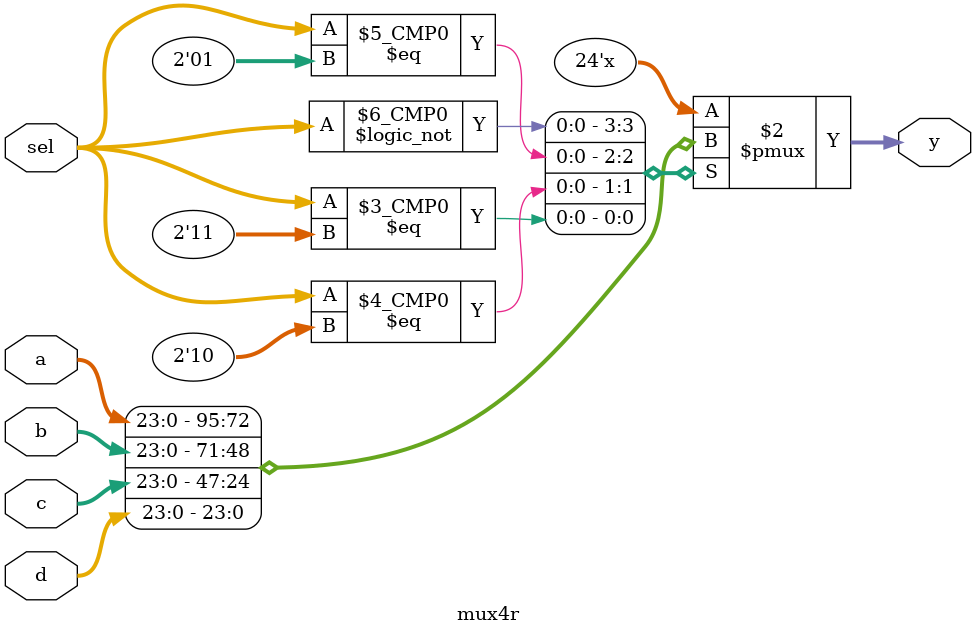
<source format=sv>
`timescale 1ns / 1ps


module mux4r(input [23:0] a,b,c,d,
               input [1:0] sel,
                   output reg [23:0] y );

always_comb  begin                 
     case(sel)   
     2'b00: y = a;
     2'b01: y =b;
     2'b10: y = c;
     2'b11: y = d;
     default: y=23'bx;
     endcase
  end
endmodule

</source>
